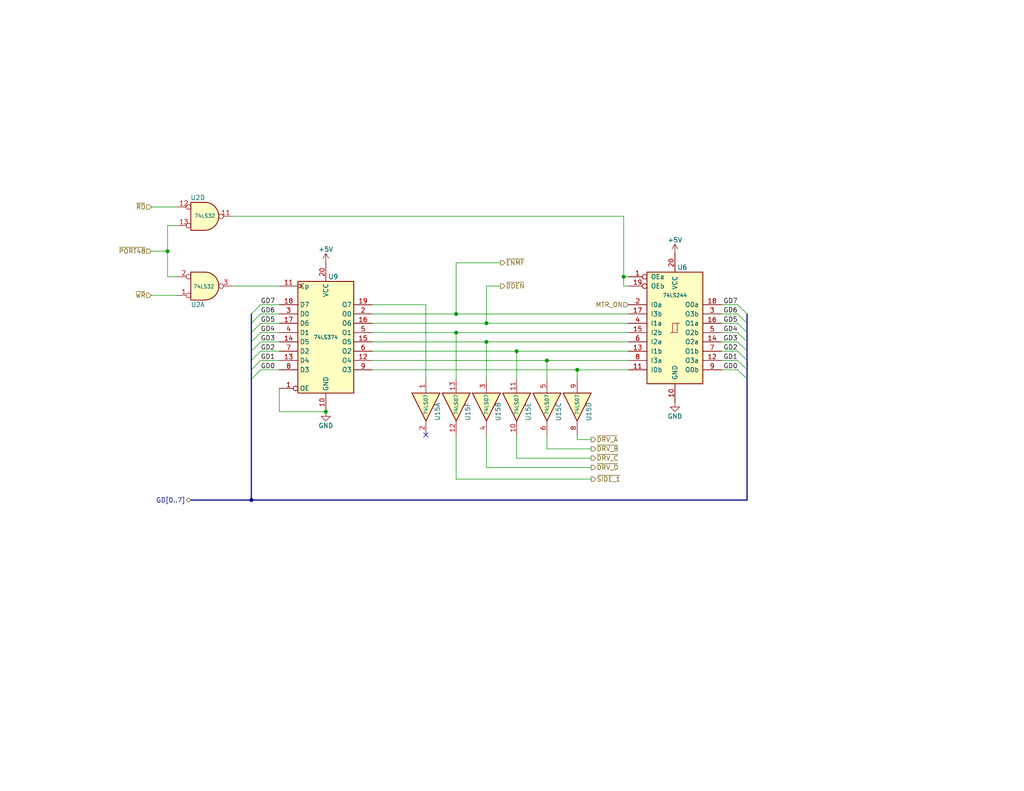
<source format=kicad_sch>
(kicad_sch (version 20250114) (generator "eeschema") (generator_version "9.0")
  (paper "USLetter")
  (title_block (title "Sorcerer Dream Disk") (date "2025-05-04") (rev "1.1") (company "Marcel Erz (RetroStack), John Halkiadakis, Michael Borthwick (Exidyboy)") (comment 2 "Reads/Writes gated data when Port 48 is addressed") (comment 4 "Drive Select Register"))
  (lib_symbols
    (symbol "+5V_5" (power) (pin_numbers (hide yes)) (pin_names (offset 0) (hide yes))
      (property "Value" "+5V" (at 0 3.556 0))
      (symbol "+5V_5_0_1"
        (polyline (pts (xy -0.762 1.27) (xy 0 2.54)))
        (polyline (pts (xy 0 2.54) (xy 0.762 1.27)))
        (polyline (pts (xy 0 0) (xy 0 2.54)))
      )
      (symbol "+5V_5_1_1"
        (pin power_in line (at 0 0 90) (length 0) (name "~") (number "1"))
      )
    )
    (symbol "74xx:74LS07" (pin_names (offset 1.016))
      (property "Reference" "U" (at 0 1.27 0))
      (property "Value" "74LS07" (at 0 -1.27 0))
      (symbol "74LS07_1_0"
        (polyline (pts (xy -3.81 3.81) (xy -3.81 -3.81) (xy 3.81 0) (xy -3.81 3.81)) (stroke (width 0.254)) (fill (type background)))
        (pin input line (at -7.62 0 0) (length 3.81) (name "~") (number "1"))
        (pin open_collector line (at 7.62 0 180) (length 3.81) (name "~") (number "2"))
      )
      (symbol "74LS07_2_0"
        (polyline (pts (xy -3.81 3.81) (xy -3.81 -3.81) (xy 3.81 0) (xy -3.81 3.81)) (stroke (width 0.254)) (fill (type background)))
        (pin input line (at -7.62 0 0) (length 3.81) (name "~") (number "3"))
        (pin open_collector line (at 7.62 0 180) (length 3.81) (name "~") (number "4"))
      )
      (symbol "74LS07_3_0"
        (polyline (pts (xy -3.81 3.81) (xy -3.81 -3.81) (xy 3.81 0) (xy -3.81 3.81)) (stroke (width 0.254)) (fill (type background)))
        (pin input line (at -7.62 0 0) (length 3.81) (name "~") (number "5"))
        (pin open_collector line (at 7.62 0 180) (length 3.81) (name "~") (number "6"))
      )
      (symbol "74LS07_4_0"
        (polyline (pts (xy -3.81 3.81) (xy -3.81 -3.81) (xy 3.81 0) (xy -3.81 3.81)) (stroke (width 0.254)) (fill (type background)))
        (pin input line (at -7.62 0 0) (length 3.81) (name "~") (number "9"))
        (pin open_collector line (at 7.62 0 180) (length 3.81) (name "~") (number "8"))
      )
      (symbol "74LS07_5_0"
        (polyline (pts (xy -3.81 3.81) (xy -3.81 -3.81) (xy 3.81 0) (xy -3.81 3.81)) (stroke (width 0.254)) (fill (type background)))
        (pin input line (at -7.62 0 0) (length 3.81) (name "~") (number "11"))
        (pin open_collector line (at 7.62 0 180) (length 3.81) (name "~") (number "10"))
      )
      (symbol "74LS07_6_0"
        (polyline (pts (xy -3.81 3.81) (xy -3.81 -3.81) (xy 3.81 0) (xy -3.81 3.81)) (stroke (width 0.254)) (fill (type background)))
        (pin input line (at -7.62 0 0) (length 3.81) (name "~") (number "13"))
        (pin open_collector line (at 7.62 0 180) (length 3.81) (name "~") (number "12"))
      )
      (symbol "74LS07_7_0"
        (pin power_in line (at 0 12.7 270) (length 5.08) (name "VCC") (number "14"))
        (pin power_in line (at 0 -12.7 90) (length 5.08) (name "GND") (number "7"))
      )
      (symbol "74LS07_7_1"
        (rectangle (start -5.08 7.62) (end 5.08 -7.62) (stroke (width 0.254)) (fill (type background)))
      )
    )
    (symbol "74xx:74LS244" (pin_names (offset 1.016))
      (property "Reference" "U6" (at 0.635 16.51 0))
      (property "Value" "74LS244" (at 0 8.89 0))
      (symbol "74LS244_1_0"
        (polyline (pts (xy -1.27 -1.27) (xy 0.635 -1.27) (xy 0.635 1.27) (xy 1.27 1.27)))
        (polyline (pts (xy -0.635 -1.27) (xy -0.635 1.27) (xy 0.635 1.27)))
        (pin input inverted (at -12.7 13.97 0) (length 5.08) (name "OEa") (number "1"))
        (pin input inverted (at -12.7 11.43 0) (length 5.08) (name "OEb") (number "19"))
        (pin input line (at -12.7 6.35 0) (length 5.08) (name "I0a") (number "2"))
        (pin input line (at -12.7 3.81 0) (length 5.08) (name "I3b") (number "17"))
        (pin input line (at -12.7 1.27 0) (length 5.08) (name "I1a") (number "4"))
        (pin input line (at -12.7 -1.27 0) (length 5.08) (name "I2b") (number "15"))
        (pin input line (at -12.7 -3.81 0) (length 5.08) (name "I2a") (number "6"))
        (pin input line (at -12.7 -6.35 0) (length 5.08) (name "I1b") (number "13"))
        (pin input line (at -12.7 -8.89 0) (length 5.08) (name "I3a") (number "8"))
        (pin input line (at -12.7 -11.43 0) (length 5.08) (name "I0b") (number "11"))
        (pin power_in line (at 0 20.32 270) (length 5.08) (name "VCC") (number "20"))
        (pin power_in line (at 0 -20.32 90) (length 5.08) (name "GND") (number "10"))
        (pin tri_state line (at 12.7 6.35 180) (length 5.08) (name "O0a") (number "18"))
        (pin tri_state line (at 12.7 3.81 180) (length 5.08) (name "O3b") (number "3"))
        (pin tri_state line (at 12.7 1.27 180) (length 5.08) (name "O1a") (number "16"))
        (pin tri_state line (at 12.7 -1.27 180) (length 5.08) (name "O2b") (number "5"))
        (pin tri_state line (at 12.7 -3.81 180) (length 5.08) (name "O2a") (number "14"))
        (pin tri_state line (at 12.7 -6.35 180) (length 5.08) (name "O1b") (number "7"))
        (pin tri_state line (at 12.7 -8.89 180) (length 5.08) (name "O3a") (number "12"))
        (pin tri_state line (at 12.7 -11.43 180) (length 5.08) (name "O0b") (number "9"))
      )
      (symbol "74LS244_1_1"
        (rectangle (start -7.62 15.24) (end 7.62 -15.24) (stroke (width 0.254)) (fill (type background)))
      )
    )
    (symbol "74xx:74LS32" (pin_names (offset 1.016))
      (property "Reference" "U" (at 0 1.27 0))
      (property "Value" "74LS32" (at 0 -1.27 0))
      (symbol "74LS32_1_1"
        (arc (start -3.81 3.81) (mid -2.589 0) (end -3.81 -3.81) (stroke (width 0.254)))
        (polyline (pts (xy -3.81 3.81) (xy -0.635 3.81)) (stroke (width 0.254)) (fill (type background)))
        (polyline (pts (xy -3.81 -3.81) (xy -0.635 -3.81)) (stroke (width 0.254)) (fill (type background)))
        (arc (start 3.81 0) (mid 2.1855 -2.584) (end -0.6096 -3.81) (stroke (width 0.254)) (fill (type background)))
        (arc (start -0.6096 3.81) (mid 2.1928 2.5924) (end 3.81 0) (stroke (width 0.254)) (fill (type background)))
        (polyline (pts (xy -0.635 3.81) (xy -3.81 3.81) (xy -3.81 3.81) (xy -3.556 3.4036) (xy -3.0226 2.2606) (xy -2.6924 1.0414) (xy -2.6162 -0.254) (xy -2.7686 -1.4986) (xy -3.175 -2.7178) (xy -3.81 -3.81) (xy -3.81 -3.81) (xy -0.635 -3.81)) (stroke (width -25.4)) (fill (type background)))
        (pin input line (at -7.62 2.54 0) (length 4.318) (name "~") (number "1"))
        (pin input line (at -7.62 -2.54 0) (length 4.318) (name "~") (number "2"))
        (pin output line (at 7.62 0 180) (length 3.81) (name "~") (number "3"))
      )
      (symbol "74LS32_1_2"
        (arc (start 0 3.81) (mid 3.7934 0) (end 0 -3.81) (stroke (width 0.254)) (fill (type background)))
        (polyline (pts (xy 0 3.81) (xy -3.81 3.81) (xy -3.81 -3.81) (xy 0 -3.81)) (stroke (width 0.254)) (fill (type background)))
        (pin input inverted (at -7.62 2.54 0) (length 3.81) (name "~") (number "1"))
        (pin input inverted (at -7.62 -2.54 0) (length 3.81) (name "~") (number "2"))
        (pin output inverted (at 7.62 0 180) (length 3.81) (name "~") (number "3"))
      )
      (symbol "74LS32_2_1"
        (arc (start -3.81 3.81) (mid -2.589 0) (end -3.81 -3.81) (stroke (width 0.254)))
        (polyline (pts (xy -3.81 3.81) (xy -0.635 3.81)) (stroke (width 0.254)) (fill (type background)))
        (polyline (pts (xy -3.81 -3.81) (xy -0.635 -3.81)) (stroke (width 0.254)) (fill (type background)))
        (arc (start 3.81 0) (mid 2.1855 -2.584) (end -0.6096 -3.81) (stroke (width 0.254)) (fill (type background)))
        (arc (start -0.6096 3.81) (mid 2.1928 2.5924) (end 3.81 0) (stroke (width 0.254)) (fill (type background)))
        (polyline (pts (xy -0.635 3.81) (xy -3.81 3.81) (xy -3.81 3.81) (xy -3.556 3.4036) (xy -3.0226 2.2606) (xy -2.6924 1.0414) (xy -2.6162 -0.254) (xy -2.7686 -1.4986) (xy -3.175 -2.7178) (xy -3.81 -3.81) (xy -3.81 -3.81) (xy -0.635 -3.81)) (stroke (width -25.4)) (fill (type background)))
        (pin input line (at -7.62 2.54 0) (length 4.318) (name "~") (number "4"))
        (pin input line (at -7.62 -2.54 0) (length 4.318) (name "~") (number "5"))
        (pin output line (at 7.62 0 180) (length 3.81) (name "~") (number "6"))
      )
      (symbol "74LS32_2_2"
        (arc (start 0 3.81) (mid 3.7934 0) (end 0 -3.81) (stroke (width 0.254)) (fill (type background)))
        (polyline (pts (xy 0 3.81) (xy -3.81 3.81) (xy -3.81 -3.81) (xy 0 -3.81)) (stroke (width 0.254)) (fill (type background)))
        (pin input inverted (at -7.62 2.54 0) (length 3.81) (name "~") (number "4"))
        (pin input inverted (at -7.62 -2.54 0) (length 3.81) (name "~") (number "5"))
        (pin output inverted (at 7.62 0 180) (length 3.81) (name "~") (number "6"))
      )
      (symbol "74LS32_3_1"
        (arc (start -3.81 3.81) (mid -2.589 0) (end -3.81 -3.81) (stroke (width 0.254)))
        (polyline (pts (xy -3.81 3.81) (xy -0.635 3.81)) (stroke (width 0.254)) (fill (type background)))
        (polyline (pts (xy -3.81 -3.81) (xy -0.635 -3.81)) (stroke (width 0.254)) (fill (type background)))
        (arc (start 3.81 0) (mid 2.1855 -2.584) (end -0.6096 -3.81) (stroke (width 0.254)) (fill (type background)))
        (arc (start -0.6096 3.81) (mid 2.1928 2.5924) (end 3.81 0) (stroke (width 0.254)) (fill (type background)))
        (polyline (pts (xy -0.635 3.81) (xy -3.81 3.81) (xy -3.81 3.81) (xy -3.556 3.4036) (xy -3.0226 2.2606) (xy -2.6924 1.0414) (xy -2.6162 -0.254) (xy -2.7686 -1.4986) (xy -3.175 -2.7178) (xy -3.81 -3.81) (xy -3.81 -3.81) (xy -0.635 -3.81)) (stroke (width -25.4)) (fill (type background)))
        (pin input line (at -7.62 2.54 0) (length 4.318) (name "~") (number "9"))
        (pin input line (at -7.62 -2.54 0) (length 4.318) (name "~") (number "10"))
        (pin output line (at 7.62 0 180) (length 3.81) (name "~") (number "8"))
      )
      (symbol "74LS32_3_2"
        (arc (start 0 3.81) (mid 3.7934 0) (end 0 -3.81) (stroke (width 0.254)) (fill (type background)))
        (polyline (pts (xy 0 3.81) (xy -3.81 3.81) (xy -3.81 -3.81) (xy 0 -3.81)) (stroke (width 0.254)) (fill (type background)))
        (pin input inverted (at -7.62 2.54 0) (length 3.81) (name "~") (number "9"))
        (pin input inverted (at -7.62 -2.54 0) (length 3.81) (name "~") (number "10"))
        (pin output inverted (at 7.62 0 180) (length 3.81) (name "~") (number "8"))
      )
      (symbol "74LS32_4_1"
        (arc (start -3.81 3.81) (mid -2.589 0) (end -3.81 -3.81) (stroke (width 0.254)))
        (polyline (pts (xy -3.81 3.81) (xy -0.635 3.81)) (stroke (width 0.254)) (fill (type background)))
        (polyline (pts (xy -3.81 -3.81) (xy -0.635 -3.81)) (stroke (width 0.254)) (fill (type background)))
        (arc (start 3.81 0) (mid 2.1855 -2.584) (end -0.6096 -3.81) (stroke (width 0.254)) (fill (type background)))
        (arc (start -0.6096 3.81) (mid 2.1928 2.5924) (end 3.81 0) (stroke (width 0.254)) (fill (type background)))
        (polyline (pts (xy -0.635 3.81) (xy -3.81 3.81) (xy -3.81 3.81) (xy -3.556 3.4036) (xy -3.0226 2.2606) (xy -2.6924 1.0414) (xy -2.6162 -0.254) (xy -2.7686 -1.4986) (xy -3.175 -2.7178) (xy -3.81 -3.81) (xy -3.81 -3.81) (xy -0.635 -3.81)) (stroke (width -25.4)) (fill (type background)))
        (pin input line (at -7.62 2.54 0) (length 4.318) (name "~") (number "12"))
        (pin input line (at -7.62 -2.54 0) (length 4.318) (name "~") (number "13"))
        (pin output line (at 7.62 0 180) (length 3.81) (name "~") (number "11"))
      )
      (symbol "74LS32_4_2"
        (arc (start 0 3.81) (mid 3.7934 0) (end 0 -3.81) (stroke (width 0.254)) (fill (type background)))
        (polyline (pts (xy 0 3.81) (xy -3.81 3.81) (xy -3.81 -3.81) (xy 0 -3.81)) (stroke (width 0.254)) (fill (type background)))
        (pin input inverted (at -7.62 2.54 0) (length 3.81) (name "~") (number "12"))
        (pin input inverted (at -7.62 -2.54 0) (length 3.81) (name "~") (number "13"))
        (pin output inverted (at 7.62 0 180) (length 3.81) (name "~") (number "11"))
      )
      (symbol "74LS32_5_0"
        (pin power_in line (at 0 12.7 270) (length 5.08) (name "VCC") (number "14"))
        (pin power_in line (at 0 -12.7 90) (length 5.08) (name "GND") (number "7"))
      )
      (symbol "74LS32_5_1"
        (rectangle (start -5.08 7.62) (end 5.08 -7.62) (stroke (width 0.254)) (fill (type background)))
      )
    )
    (symbol "74xx:74LS374"
      (property "Reference" "U9" (at 0.635 16.51 0))
      (property "Value" "74LS374" (at 0 0 0))
      (symbol "74LS374_1_0"
        (pin input clock (at -12.7 13.97 0) (length 5.08) (name "Cp") (number "11"))
        (pin input line (at -12.7 8.89 0) (length 5.08) (name "D7") (number "18"))
        (pin input line (at -12.7 6.35 0) (length 5.08) (name "D0") (number "3"))
        (pin input line (at -12.7 3.81 0) (length 5.08) (name "D6") (number "17"))
        (pin input line (at -12.7 1.27 0) (length 5.08) (name "D1") (number "4"))
        (pin input line (at -12.7 -1.27 0) (length 5.08) (name "D5") (number "14"))
        (pin input line (at -12.7 -3.81 0) (length 5.08) (name "D2") (number "7"))
        (pin input line (at -12.7 -6.35 0) (length 5.08) (name "D4") (number "13"))
        (pin input line (at -12.7 -8.89 0) (length 5.08) (name "D3") (number "8"))
        (pin input inverted (at -12.7 -13.97 0) (length 5.08) (name "OE") (number "1"))
        (pin power_in line (at 0 20.32 270) (length 5.08) (name "VCC") (number "20"))
        (pin power_in line (at 0 -20.32 90) (length 5.08) (name "GND") (number "10"))
        (pin tri_state line (at 12.7 8.89 180) (length 5.08) (name "O7") (number "19"))
        (pin tri_state line (at 12.7 6.35 180) (length 5.08) (name "O0") (number "2"))
        (pin tri_state line (at 12.7 3.81 180) (length 5.08) (name "O6") (number "16"))
        (pin tri_state line (at 12.7 1.27 180) (length 5.08) (name "O1") (number "5"))
        (pin tri_state line (at 12.7 -1.27 180) (length 5.08) (name "O5") (number "15"))
        (pin tri_state line (at 12.7 -3.81 180) (length 5.08) (name "O2") (number "6"))
        (pin tri_state line (at 12.7 -6.35 180) (length 5.08) (name "O4") (number "12"))
        (pin tri_state line (at 12.7 -8.89 180) (length 5.08) (name "O3") (number "9"))
      )
      (symbol "74LS374_1_1"
        (rectangle (start -7.62 15.24) (end 7.62 -15.24) (stroke (width 0.254)) (fill (type background)))
      )
    )
    (symbol "GND_1" (power) (pin_numbers (hide yes)) (pin_names (offset 0) (hide yes))
      (property "Value" "GND" (at 0 -3.81 0))
      (symbol "GND_1_0_1"
        (polyline (pts (xy 0 0) (xy 0 -1.27) (xy 1.27 -1.27) (xy 0 -2.54) (xy -1.27 -1.27) (xy 0 -1.27)))
      )
      (symbol "GND_1_1_1"
        (pin power_in line (at 0 0 270) (length 0) (name "~") (number "1"))
      )
    )
  )
  (junction (at 157.48 100.965))
  (junction (at 124.46 90.805))
  (junction (at 132.715 93.345))
  (junction (at 149.225 98.425))
  (junction (at 68.58 136.525))
  (junction (at 88.9 112.395))
  (junction (at 170.18 75.565))
  (junction (at 140.97 95.885))
  (junction (at 124.46 85.725))
  (junction (at 45.72 68.58))
  (junction (at 132.715 88.265))
  (no_connect (at 116.205 118.745))
  (bus_entry (at 201.295 88.265) (size 2.54 2.54))
  (bus_entry (at 201.295 90.805) (size 2.54 2.54))
  (bus_entry (at 201.295 95.885) (size 2.54 2.54))
  (bus_entry (at 71.12 85.725) (size -2.54 2.54))
  (bus_entry (at 71.12 100.965) (size -2.54 2.54))
  (bus_entry (at 201.295 93.345) (size 2.54 2.54))
  (bus_entry (at 71.12 90.805) (size -2.54 2.54))
  (bus_entry (at 71.12 88.265) (size -2.54 2.54))
  (bus_entry (at 71.12 98.425) (size -2.54 2.54))
  (bus_entry (at 201.295 98.425) (size 2.54 2.54))
  (bus_entry (at 201.295 100.965) (size 2.54 2.54))
  (bus_entry (at 201.295 83.185) (size 2.54 2.54))
  (bus_entry (at 71.12 93.345) (size -2.54 2.54))
  (bus_entry (at 71.12 83.185) (size -2.54 2.54))
  (bus_entry (at 71.12 95.885) (size -2.54 2.54))
  (bus_entry (at 201.295 85.725) (size 2.54 2.54))
  (wire (pts (xy 101.6 98.425) (xy 149.225 98.425)))
  (bus (pts (xy 203.835 103.505) (xy 203.835 136.525)))
  (bus (pts (xy 203.835 136.525) (xy 68.58 136.525)))
  (wire (pts (xy 116.205 83.185) (xy 101.6 83.185)))
  (wire (pts (xy 48.26 56.515) (xy 41.275 56.515)))
  (bus (pts (xy 68.58 93.345) (xy 68.58 95.885)))
  (bus (pts (xy 68.58 88.265) (xy 68.58 90.805)))
  (wire (pts (xy 124.46 71.755) (xy 136.525 71.755)))
  (wire (pts (xy 196.85 83.185) (xy 201.295 83.185)))
  (bus (pts (xy 203.835 88.265) (xy 203.835 90.805)))
  (wire (pts (xy 196.85 100.965) (xy 201.295 100.965)))
  (wire (pts (xy 140.97 95.885) (xy 171.45 95.885)))
  (bus (pts (xy 203.835 100.965) (xy 203.835 103.505)))
  (wire (pts (xy 196.85 88.265) (xy 201.295 88.265)))
  (wire (pts (xy 170.18 59.055) (xy 170.18 75.565)))
  (wire (pts (xy 116.205 103.505) (xy 116.205 83.185)))
  (wire (pts (xy 196.85 95.885) (xy 201.295 95.885)))
  (wire (pts (xy 132.715 78.105) (xy 136.525 78.105)))
  (wire (pts (xy 76.2 112.395) (xy 88.9 112.395)))
  (wire (pts (xy 63.5 78.105) (xy 76.2 78.105)))
  (bus (pts (xy 203.835 95.885) (xy 203.835 98.425)))
  (bus (pts (xy 68.58 98.425) (xy 68.58 100.965)))
  (wire (pts (xy 45.72 75.565) (xy 48.26 75.565)))
  (wire (pts (xy 196.85 93.345) (xy 201.295 93.345)))
  (wire (pts (xy 170.18 75.565) (xy 170.18 78.105)))
  (bus (pts (xy 203.835 98.425) (xy 203.835 100.965)))
  (wire (pts (xy 63.5 59.055) (xy 170.18 59.055)))
  (wire (pts (xy 196.85 98.425) (xy 201.295 98.425)))
  (wire (pts (xy 149.225 122.555) (xy 149.225 118.745)))
  (wire (pts (xy 124.46 130.81) (xy 124.46 118.745)))
  (wire (pts (xy 45.72 61.595) (xy 45.72 68.58)))
  (wire (pts (xy 124.46 90.805) (xy 171.45 90.805)))
  (wire (pts (xy 45.72 68.58) (xy 45.72 75.565)))
  (wire (pts (xy 140.97 125.095) (xy 140.97 118.745)))
  (wire (pts (xy 124.46 90.805) (xy 124.46 103.505)))
  (wire (pts (xy 71.12 98.425) (xy 76.2 98.425)))
  (wire (pts (xy 132.715 93.345) (xy 132.715 103.505)))
  (wire (pts (xy 196.85 85.725) (xy 201.295 85.725)))
  (wire (pts (xy 149.225 98.425) (xy 171.45 98.425)))
  (wire (pts (xy 157.48 100.965) (xy 157.48 103.505)))
  (wire (pts (xy 101.6 85.725) (xy 124.46 85.725)))
  (wire (pts (xy 71.12 88.265) (xy 76.2 88.265)))
  (wire (pts (xy 157.48 100.965) (xy 171.45 100.965)))
  (wire (pts (xy 71.12 83.185) (xy 76.2 83.185)))
  (wire (pts (xy 71.12 85.725) (xy 76.2 85.725)))
  (wire (pts (xy 140.97 95.885) (xy 140.97 103.505)))
  (bus (pts (xy 68.58 90.805) (xy 68.58 93.345)))
  (bus (pts (xy 68.58 95.885) (xy 68.58 98.425)))
  (wire (pts (xy 149.225 98.425) (xy 149.225 103.505)))
  (wire (pts (xy 101.6 95.885) (xy 140.97 95.885)))
  (wire (pts (xy 132.715 93.345) (xy 171.45 93.345)))
  (wire (pts (xy 101.6 100.965) (xy 157.48 100.965)))
  (wire (pts (xy 101.6 90.805) (xy 124.46 90.805)))
  (wire (pts (xy 161.29 130.81) (xy 124.46 130.81)))
  (bus (pts (xy 203.835 90.805) (xy 203.835 93.345)))
  (bus (pts (xy 68.58 85.725) (xy 68.58 88.265)))
  (wire (pts (xy 196.85 90.805) (xy 201.295 90.805)))
  (wire (pts (xy 157.48 120.015) (xy 157.48 118.745)))
  (wire (pts (xy 124.46 85.725) (xy 171.45 85.725)))
  (wire (pts (xy 71.12 95.885) (xy 76.2 95.885)))
  (wire (pts (xy 76.2 106.045) (xy 76.2 112.395)))
  (bus (pts (xy 203.835 93.345) (xy 203.835 95.885)))
  (wire (pts (xy 71.12 93.345) (xy 76.2 93.345)))
  (wire (pts (xy 171.45 78.105) (xy 170.18 78.105)))
  (bus (pts (xy 203.835 85.725) (xy 203.835 88.265)))
  (wire (pts (xy 161.29 122.555) (xy 149.225 122.555)))
  (bus (pts (xy 68.58 100.965) (xy 68.58 103.505)))
  (wire (pts (xy 71.12 90.805) (xy 76.2 90.805)))
  (bus (pts (xy 68.58 103.505) (xy 68.58 136.525)))
  (wire (pts (xy 124.46 71.755) (xy 124.46 85.725)))
  (wire (pts (xy 101.6 88.265) (xy 132.715 88.265)))
  (wire (pts (xy 161.29 120.015) (xy 157.48 120.015)))
  (wire (pts (xy 71.12 100.965) (xy 76.2 100.965)))
  (wire (pts (xy 48.26 80.645) (xy 41.275 80.645)))
  (wire (pts (xy 161.29 127.635) (xy 132.715 127.635)))
  (bus (pts (xy 52.07 136.525) (xy 68.58 136.525)))
  (wire (pts (xy 48.26 61.595) (xy 45.72 61.595)))
  (wire (pts (xy 132.715 88.265) (xy 171.45 88.265)))
  (wire (pts (xy 161.29 125.095) (xy 140.97 125.095)))
  (wire (pts (xy 41.275 68.58) (xy 45.72 68.58)))
  (wire (pts (xy 132.715 127.635) (xy 132.715 118.745)))
  (wire (pts (xy 101.6 93.345) (xy 132.715 93.345)))
  (wire (pts (xy 132.715 78.105) (xy 132.715 88.265)))
  (wire (pts (xy 170.18 75.565) (xy 171.45 75.565)))
  (label "GD6" (at 201.295 85.725 180))
  (label "GD3" (at 71.12 93.345 0))
  (label "GD5" (at 201.295 88.265 180))
  (label "GD2" (at 201.295 95.885 180))
  (label "GD1" (at 201.295 98.425 180))
  (label "GD0" (at 201.295 100.965 180))
  (label "GD7" (at 71.12 83.185 0))
  (label "GD4" (at 71.12 90.805 0))
  (label "GD0" (at 71.12 100.965 0))
  (label "GD6" (at 71.12 85.725 0))
  (label "GD7" (at 201.295 83.185 180))
  (label "GD5" (at 71.12 88.265 0))
  (label "GD2" (at 71.12 95.885 0))
  (label "GD3" (at 201.295 93.345 180))
  (label "GD4" (at 201.295 90.805 180))
  (label "GD1" (at 71.12 98.425 0))
  (hierarchical_label "MTR_ON" (shape input) (at 171.45 83.185 180))
  (hierarchical_label "~{DRV_D}" (shape output) (at 161.29 127.635 0))
  (hierarchical_label "~{WR}" (shape input) (at 41.275 80.645 180))
  (hierarchical_label "~{SIDE_1}" (shape output) (at 161.29 130.81 0))
  (hierarchical_label "~{ENMF}" (shape output) (at 136.525 71.755 0))
  (hierarchical_label "~{DRV_B}" (shape output) (at 161.29 122.555 0))
  (hierarchical_label "~{DDEN}" (shape output) (at 136.525 78.105 0))
  (hierarchical_label "~{PORT48}" (shape input) (at 41.275 68.58 180))
  (hierarchical_label "~{DRV_A}" (shape output) (at 161.29 120.015 0))
  (hierarchical_label "~{DRV_C}" (shape output) (at 161.29 125.095 0))
  (hierarchical_label "GD[0..7]" (shape tri_state) (at 52.07 136.525 180))
  (hierarchical_label "~{RD}" (shape input) (at 41.275 56.515 180))
  (symbol (lib_name "+5V_5") (lib_id "power:+5V") (at 88.9 71.755 0) (unit 1)
    (property "Reference" "#PWR052" (effects (hide yes)))
    (property "Value" "+5V" (at 88.9 68.072 0))
    (property "Description" "Power symbol creates a global label with name \"+5V\"" (effects (hide yes)))
  )
  (symbol (lib_id "74xx:74LS07") (at 116.205 111.125 270) (unit 1)
    (property "Reference" "U15" (at 119.38 112.395 0))
    (property "Value" "74LS07" (at 116.205 110.49 0) (effects (font (size 1 1))))
    (property "Footprint" "Package_DIP:DIP-14_W7.62mm" (effects (hide yes)))
    (property "Datasheet" "www.ti.com/lit/ds/symlink/sn74ls07.pdf" (effects (hide yes)))
  )
  (symbol (lib_name "+5V_5") (lib_id "power:+5V") (at 184.15 69.215 0) (unit 1)
    (property "Reference" "#PWR053" (effects (hide yes)))
    (property "Value" "+5V" (at 184.15 65.532 0))
    (property "Description" "Power symbol creates a global label with name \"+5V\"" (effects (hide yes)))
  )
  (symbol (lib_id "74xx:74LS07") (at 132.715 111.125 270) (unit 2)
    (property "Reference" "U15" (at 135.89 112.395 0))
    (property "Value" "74LS07" (at 132.715 110.49 0) (effects (font (size 1 1))))
    (property "Footprint" "Package_DIP:DIP-14_W7.62mm" (effects (hide yes)))
    (property "Datasheet" "www.ti.com/lit/ds/symlink/sn74ls07.pdf" (effects (hide yes)))
  )
  (symbol (lib_id "74xx:74LS244") (at 184.15 89.535 0) (unit 1)
    (property "Reference" "U6" (at 184.785 73.025 0) (effects (justify left)))
    (property "Value" "74LS244" (at 184.15 80.645 0) (effects (font (size 1 1))))
    (property "Footprint" "Package_DIP:DIP-20_W7.62mm" (effects (hide yes)))
    (property "Datasheet" "http://www.ti.com/lit/ds/symlink/sn74ls244.pdf" (effects (hide yes)))
  )
  (symbol (lib_id "74xx:74LS32") (at 55.88 59.055 0) (unit 4) (convert 2)
    (property "Reference" "U2" (at 53.975 53.975 0))
    (property "Value" "74LS32" (at 55.88 58.928 0) (effects (font (size 1 1))))
    (property "Footprint" "Package_DIP:DIP-14_W7.62mm" (effects (hide yes)))
    (property "Datasheet" "http://www.ti.com/lit/gpn/sn74LS32" (effects (hide yes)))
  )
  (symbol (lib_name "GND_1") (lib_id "power:GND") (at 184.15 109.855 0) (unit 1)
    (property "Reference" "#PWR05" (effects (hide yes)))
    (property "Value" "GND" (at 184.15 113.665 0))
    (property "Description" "Power symbol creates a global label with name \"GND\" , ground" (effects (hide yes)))
  )
  (symbol (lib_id "74xx:74LS07") (at 140.97 111.125 270) (unit 5)
    (property "Reference" "U15" (at 144.145 112.395 0))
    (property "Value" "74LS07" (at 140.97 110.49 0) (effects (font (size 1 1))))
    (property "Footprint" "Package_DIP:DIP-14_W7.62mm" (effects (hide yes)))
    (property "Datasheet" "www.ti.com/lit/ds/symlink/sn74ls07.pdf" (effects (hide yes)))
  )
  (symbol (lib_name "GND_1") (lib_id "power:GND") (at 88.9 112.395 0) (unit 1)
    (property "Reference" "#PWR03" (effects (hide yes)))
    (property "Value" "GND" (at 88.9 116.205 0))
    (property "Description" "Power symbol creates a global label with name \"GND\" , ground" (effects (hide yes)))
  )
  (symbol (lib_id "74xx:74LS07") (at 157.48 111.125 270) (unit 4)
    (property "Reference" "U15" (at 160.655 112.395 0))
    (property "Value" "74LS07" (at 157.48 110.49 0) (effects (font (size 1 1))))
    (property "Footprint" "Package_DIP:DIP-14_W7.62mm" (effects (hide yes)))
    (property "Datasheet" "www.ti.com/lit/ds/symlink/sn74ls07.pdf" (effects (hide yes)))
  )
  (symbol (lib_id "74xx:74LS07") (at 149.225 111.125 270) (unit 3)
    (property "Reference" "U15" (at 152.4 112.395 0))
    (property "Value" "74LS07" (at 149.225 110.49 0) (effects (font (size 1 1))))
    (property "Footprint" "Package_DIP:DIP-14_W7.62mm" (effects (hide yes)))
    (property "Datasheet" "www.ti.com/lit/ds/symlink/sn74ls07.pdf" (effects (hide yes)))
  )
  (symbol (lib_id "74xx:74LS374") (at 88.9 92.075 0) (unit 1)
    (property "Reference" "U9" (at 89.535 75.565 0) (effects (justify left)))
    (property "Value" "74LS374" (at 88.9 92.075 0) (effects (font (size 1 1))))
    (property "Footprint" "Package_DIP:DIP-20_W7.62mm" (effects (hide yes)))
    (property "Datasheet" "http://www.ti.com/lit/gpn/sn74LS374" (effects (hide yes)))
  )
  (symbol (lib_id "74xx:74LS07") (at 124.46 111.125 270) (unit 6)
    (property "Reference" "U15" (at 127.635 112.395 0))
    (property "Value" "74LS07" (at 124.46 110.49 0) (effects (font (size 1 1))))
    (property "Footprint" "Package_DIP:DIP-14_W7.62mm" (effects (hide yes)))
    (property "Datasheet" "www.ti.com/lit/ds/symlink/sn74ls07.pdf" (effects (hide yes)))
  )
  (symbol (lib_id "74xx:74LS32") (at 55.88 78.105 0) (mirror x) (unit 1) (convert 2)
    (property "Reference" "U2" (at 53.975 83.185 0))
    (property "Value" "74LS32" (at 55.626 78.232 0) (effects (font (size 1 1))))
    (property "Footprint" "Package_DIP:DIP-14_W7.62mm" (effects (hide yes)))
    (property "Datasheet" "http://www.ti.com/lit/gpn/sn74LS32" (effects (hide yes)))
  )
)
</source>
